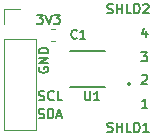
<source format=gbr>
%TF.GenerationSoftware,KiCad,Pcbnew,(5.1.10)-1*%
%TF.CreationDate,2021-07-29T15:12:46-05:00*%
%TF.ProjectId,FDC1004Q-Breakout,46444331-3030-4345-912d-427265616b6f,rev?*%
%TF.SameCoordinates,Original*%
%TF.FileFunction,Legend,Top*%
%TF.FilePolarity,Positive*%
%FSLAX46Y46*%
G04 Gerber Fmt 4.6, Leading zero omitted, Abs format (unit mm)*
G04 Created by KiCad (PCBNEW (5.1.10)-1) date 2021-07-29 15:12:46*
%MOMM*%
%LPD*%
G01*
G04 APERTURE LIST*
%ADD10C,0.130000*%
%ADD11C,0.200000*%
%ADD12C,0.127000*%
%ADD13C,0.120000*%
G04 APERTURE END LIST*
D10*
X145389571Y-107422904D02*
X144932428Y-107422904D01*
X145161000Y-107422904D02*
X145161000Y-106622904D01*
X145084809Y-106737190D01*
X145008619Y-106813380D01*
X144932428Y-106851476D01*
X144932428Y-104667095D02*
X144970523Y-104629000D01*
X145046714Y-104590904D01*
X145237190Y-104590904D01*
X145313380Y-104629000D01*
X145351476Y-104667095D01*
X145389571Y-104743285D01*
X145389571Y-104819476D01*
X145351476Y-104933761D01*
X144894333Y-105390904D01*
X145389571Y-105390904D01*
X144894333Y-102685904D02*
X145389571Y-102685904D01*
X145122904Y-102990666D01*
X145237190Y-102990666D01*
X145313380Y-103028761D01*
X145351476Y-103066857D01*
X145389571Y-103143047D01*
X145389571Y-103333523D01*
X145351476Y-103409714D01*
X145313380Y-103447809D01*
X145237190Y-103485904D01*
X145008619Y-103485904D01*
X144932428Y-103447809D01*
X144894333Y-103409714D01*
X145313380Y-100920571D02*
X145313380Y-101453904D01*
X145122904Y-100615809D02*
X144932428Y-101187238D01*
X145427666Y-101187238D01*
X142011619Y-109416809D02*
X142125904Y-109454904D01*
X142316380Y-109454904D01*
X142392571Y-109416809D01*
X142430666Y-109378714D01*
X142468761Y-109302523D01*
X142468761Y-109226333D01*
X142430666Y-109150142D01*
X142392571Y-109112047D01*
X142316380Y-109073952D01*
X142164000Y-109035857D01*
X142087809Y-108997761D01*
X142049714Y-108959666D01*
X142011619Y-108883476D01*
X142011619Y-108807285D01*
X142049714Y-108731095D01*
X142087809Y-108693000D01*
X142164000Y-108654904D01*
X142354476Y-108654904D01*
X142468761Y-108693000D01*
X142811619Y-109454904D02*
X142811619Y-108654904D01*
X142811619Y-109035857D02*
X143268761Y-109035857D01*
X143268761Y-109454904D02*
X143268761Y-108654904D01*
X144030666Y-109454904D02*
X143649714Y-109454904D01*
X143649714Y-108654904D01*
X144297333Y-109454904D02*
X144297333Y-108654904D01*
X144487809Y-108654904D01*
X144602095Y-108693000D01*
X144678285Y-108769190D01*
X144716380Y-108845380D01*
X144754476Y-108997761D01*
X144754476Y-109112047D01*
X144716380Y-109264428D01*
X144678285Y-109340619D01*
X144602095Y-109416809D01*
X144487809Y-109454904D01*
X144297333Y-109454904D01*
X145516380Y-109454904D02*
X145059238Y-109454904D01*
X145287809Y-109454904D02*
X145287809Y-108654904D01*
X145211619Y-108769190D01*
X145135428Y-108845380D01*
X145059238Y-108883476D01*
X142011619Y-99383809D02*
X142125904Y-99421904D01*
X142316380Y-99421904D01*
X142392571Y-99383809D01*
X142430666Y-99345714D01*
X142468761Y-99269523D01*
X142468761Y-99193333D01*
X142430666Y-99117142D01*
X142392571Y-99079047D01*
X142316380Y-99040952D01*
X142164000Y-99002857D01*
X142087809Y-98964761D01*
X142049714Y-98926666D01*
X142011619Y-98850476D01*
X142011619Y-98774285D01*
X142049714Y-98698095D01*
X142087809Y-98660000D01*
X142164000Y-98621904D01*
X142354476Y-98621904D01*
X142468761Y-98660000D01*
X142811619Y-99421904D02*
X142811619Y-98621904D01*
X142811619Y-99002857D02*
X143268761Y-99002857D01*
X143268761Y-99421904D02*
X143268761Y-98621904D01*
X144030666Y-99421904D02*
X143649714Y-99421904D01*
X143649714Y-98621904D01*
X144297333Y-99421904D02*
X144297333Y-98621904D01*
X144487809Y-98621904D01*
X144602095Y-98660000D01*
X144678285Y-98736190D01*
X144716380Y-98812380D01*
X144754476Y-98964761D01*
X144754476Y-99079047D01*
X144716380Y-99231428D01*
X144678285Y-99307619D01*
X144602095Y-99383809D01*
X144487809Y-99421904D01*
X144297333Y-99421904D01*
X145059238Y-98698095D02*
X145097333Y-98660000D01*
X145173523Y-98621904D01*
X145364000Y-98621904D01*
X145440190Y-98660000D01*
X145478285Y-98698095D01*
X145516380Y-98774285D01*
X145516380Y-98850476D01*
X145478285Y-98964761D01*
X145021142Y-99421904D01*
X145516380Y-99421904D01*
X136188571Y-108273809D02*
X136302857Y-108311904D01*
X136493333Y-108311904D01*
X136569523Y-108273809D01*
X136607619Y-108235714D01*
X136645714Y-108159523D01*
X136645714Y-108083333D01*
X136607619Y-108007142D01*
X136569523Y-107969047D01*
X136493333Y-107930952D01*
X136340952Y-107892857D01*
X136264761Y-107854761D01*
X136226666Y-107816666D01*
X136188571Y-107740476D01*
X136188571Y-107664285D01*
X136226666Y-107588095D01*
X136264761Y-107550000D01*
X136340952Y-107511904D01*
X136531428Y-107511904D01*
X136645714Y-107550000D01*
X136988571Y-108311904D02*
X136988571Y-107511904D01*
X137179047Y-107511904D01*
X137293333Y-107550000D01*
X137369523Y-107626190D01*
X137407619Y-107702380D01*
X137445714Y-107854761D01*
X137445714Y-107969047D01*
X137407619Y-108121428D01*
X137369523Y-108197619D01*
X137293333Y-108273809D01*
X137179047Y-108311904D01*
X136988571Y-108311904D01*
X137750476Y-108083333D02*
X138131428Y-108083333D01*
X137674285Y-108311904D02*
X137940952Y-107511904D01*
X138207619Y-108311904D01*
X136207619Y-106749809D02*
X136321904Y-106787904D01*
X136512380Y-106787904D01*
X136588571Y-106749809D01*
X136626666Y-106711714D01*
X136664761Y-106635523D01*
X136664761Y-106559333D01*
X136626666Y-106483142D01*
X136588571Y-106445047D01*
X136512380Y-106406952D01*
X136360000Y-106368857D01*
X136283809Y-106330761D01*
X136245714Y-106292666D01*
X136207619Y-106216476D01*
X136207619Y-106140285D01*
X136245714Y-106064095D01*
X136283809Y-106026000D01*
X136360000Y-105987904D01*
X136550476Y-105987904D01*
X136664761Y-106026000D01*
X137464761Y-106711714D02*
X137426666Y-106749809D01*
X137312380Y-106787904D01*
X137236190Y-106787904D01*
X137121904Y-106749809D01*
X137045714Y-106673619D01*
X137007619Y-106597428D01*
X136969523Y-106445047D01*
X136969523Y-106330761D01*
X137007619Y-106178380D01*
X137045714Y-106102190D01*
X137121904Y-106026000D01*
X137236190Y-105987904D01*
X137312380Y-105987904D01*
X137426666Y-106026000D01*
X137464761Y-106064095D01*
X138188571Y-106787904D02*
X137807619Y-106787904D01*
X137807619Y-105987904D01*
X136042523Y-99510904D02*
X136537761Y-99510904D01*
X136271095Y-99815666D01*
X136385380Y-99815666D01*
X136461571Y-99853761D01*
X136499666Y-99891857D01*
X136537761Y-99968047D01*
X136537761Y-100158523D01*
X136499666Y-100234714D01*
X136461571Y-100272809D01*
X136385380Y-100310904D01*
X136156809Y-100310904D01*
X136080619Y-100272809D01*
X136042523Y-100234714D01*
X136766333Y-99510904D02*
X137033000Y-100310904D01*
X137299666Y-99510904D01*
X137490142Y-99510904D02*
X137985380Y-99510904D01*
X137718714Y-99815666D01*
X137833000Y-99815666D01*
X137909190Y-99853761D01*
X137947285Y-99891857D01*
X137985380Y-99968047D01*
X137985380Y-100158523D01*
X137947285Y-100234714D01*
X137909190Y-100272809D01*
X137833000Y-100310904D01*
X137604428Y-100310904D01*
X137528238Y-100272809D01*
X137490142Y-100234714D01*
X136252000Y-103987523D02*
X136213904Y-104063714D01*
X136213904Y-104178000D01*
X136252000Y-104292285D01*
X136328190Y-104368476D01*
X136404380Y-104406571D01*
X136556761Y-104444666D01*
X136671047Y-104444666D01*
X136823428Y-104406571D01*
X136899619Y-104368476D01*
X136975809Y-104292285D01*
X137013904Y-104178000D01*
X137013904Y-104101809D01*
X136975809Y-103987523D01*
X136937714Y-103949428D01*
X136671047Y-103949428D01*
X136671047Y-104101809D01*
X137013904Y-103606571D02*
X136213904Y-103606571D01*
X137013904Y-103149428D01*
X136213904Y-103149428D01*
X137013904Y-102768476D02*
X136213904Y-102768476D01*
X136213904Y-102578000D01*
X136252000Y-102463714D01*
X136328190Y-102387523D01*
X136404380Y-102349428D01*
X136556761Y-102311333D01*
X136671047Y-102311333D01*
X136823428Y-102349428D01*
X136899619Y-102387523D01*
X136975809Y-102463714D01*
X137013904Y-102578000D01*
X137013904Y-102768476D01*
D11*
%TO.C,U1*%
X143935000Y-105390000D02*
G75*
G03*
X143935000Y-105390000I-100000J0D01*
G01*
D12*
X141835000Y-105640000D02*
X138835000Y-105640000D01*
X141835000Y-102640000D02*
X138835000Y-102640000D01*
D13*
%TO.C,J1*%
X133290000Y-109280000D02*
X135950000Y-109280000D01*
X133290000Y-101600000D02*
X133290000Y-109280000D01*
X135950000Y-101600000D02*
X135950000Y-109280000D01*
X133290000Y-101600000D02*
X135950000Y-101600000D01*
X133290000Y-100330000D02*
X133290000Y-99000000D01*
X133290000Y-99000000D02*
X134620000Y-99000000D01*
%TO.C,C1*%
X137260420Y-100709000D02*
X137541580Y-100709000D01*
X137260420Y-101729000D02*
X137541580Y-101729000D01*
%TO.C,U1*%
D10*
X140144571Y-106015285D02*
X140144571Y-106622428D01*
X140180285Y-106693857D01*
X140216000Y-106729571D01*
X140287428Y-106765285D01*
X140430285Y-106765285D01*
X140501714Y-106729571D01*
X140537428Y-106693857D01*
X140573142Y-106622428D01*
X140573142Y-106015285D01*
X141323142Y-106765285D02*
X140894571Y-106765285D01*
X141108857Y-106765285D02*
X141108857Y-106015285D01*
X141037428Y-106122428D01*
X140966000Y-106193857D01*
X140894571Y-106229571D01*
%TO.C,C1*%
X139422000Y-101486857D02*
X139386285Y-101522571D01*
X139279142Y-101558285D01*
X139207714Y-101558285D01*
X139100571Y-101522571D01*
X139029142Y-101451142D01*
X138993428Y-101379714D01*
X138957714Y-101236857D01*
X138957714Y-101129714D01*
X138993428Y-100986857D01*
X139029142Y-100915428D01*
X139100571Y-100844000D01*
X139207714Y-100808285D01*
X139279142Y-100808285D01*
X139386285Y-100844000D01*
X139422000Y-100879714D01*
X140136285Y-101558285D02*
X139707714Y-101558285D01*
X139922000Y-101558285D02*
X139922000Y-100808285D01*
X139850571Y-100915428D01*
X139779142Y-100986857D01*
X139707714Y-101022571D01*
%TD*%
M02*

</source>
